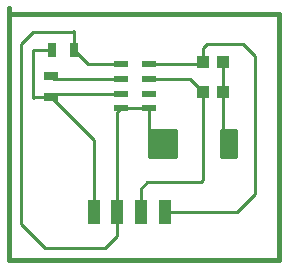
<source format=gtl>
G04 (created by PCBNEW-RS274X (2011-nov-30)-testing) date Sat 11 Aug 2012 02:31:52 AM PDT*
%MOIN*%
G04 Gerber Fmt 3.4, Leading zero omitted, Abs format*
%FSLAX34Y34*%
G01*
G70*
G90*
G04 APERTURE LIST*
%ADD10C,0.006*%
%ADD11C,0.015*%
%ADD12R,0.0472X0.0196*%
%ADD13R,0.0472X0.0314*%
%ADD14R,0.0314X0.0472*%
%ADD15R,0.0433X0.0393*%
%ADD16R,0.0394X0.0787*%
%ADD17C,0.01*%
G04 APERTURE END LIST*
G54D10*
G54D11*
X10000Y9200D02*
X1000Y9200D01*
X10000Y1000D02*
X10000Y9200D01*
X1000Y1000D02*
X10000Y1000D01*
X1000Y9400D02*
X1000Y1000D01*
G54D12*
X4728Y7538D03*
X4728Y7046D03*
X4728Y6554D03*
X4728Y6062D03*
X5672Y6062D03*
X5672Y6554D03*
X5672Y7046D03*
X5672Y7538D03*
G54D13*
X2400Y6446D03*
X2400Y7154D03*
G54D14*
X3154Y8000D03*
X2446Y8000D03*
G54D15*
X7466Y6600D03*
X8134Y6600D03*
X7466Y7600D03*
X8134Y7600D03*
G54D16*
X4606Y2600D03*
X5394Y2600D03*
X6181Y2600D03*
X3819Y2600D03*
G54D17*
X5672Y6062D02*
X5672Y5128D01*
X5672Y5128D02*
X5800Y5000D01*
X8134Y6600D02*
X8134Y5266D01*
X8134Y5266D02*
X8200Y5200D01*
X4728Y6062D02*
X5672Y6062D01*
X3154Y8000D02*
X3154Y8646D01*
X4606Y1806D02*
X4606Y2600D01*
X4200Y1400D02*
X4606Y1806D01*
X2200Y1400D02*
X4200Y1400D01*
X1400Y2200D02*
X2200Y1400D01*
X1400Y8200D02*
X1400Y2200D01*
X1800Y8600D02*
X1400Y8200D01*
X3108Y8600D02*
X1800Y8600D01*
X3154Y8646D02*
X3108Y8600D01*
X4606Y2600D02*
X4606Y5940D01*
X4606Y5940D02*
X4728Y6062D01*
X8134Y6600D02*
X8134Y7600D01*
X4728Y7538D02*
X3616Y7538D01*
X3616Y7538D02*
X3154Y8000D01*
X7466Y7600D02*
X7466Y8066D01*
X8600Y2600D02*
X6181Y2600D01*
X9200Y3200D02*
X8600Y2600D01*
X9200Y7800D02*
X9200Y3200D01*
X8800Y8200D02*
X9200Y7800D01*
X7600Y8200D02*
X8800Y8200D01*
X7466Y8066D02*
X7600Y8200D01*
X5672Y7538D02*
X7404Y7538D01*
X7404Y7538D02*
X7466Y7600D01*
X7466Y6600D02*
X7466Y3666D01*
X5394Y3394D02*
X5394Y2600D01*
X5600Y3600D02*
X5394Y3394D01*
X7400Y3600D02*
X5600Y3600D01*
X7466Y3666D02*
X7400Y3600D01*
X5672Y7046D02*
X7020Y7046D01*
X7020Y7046D02*
X7466Y6600D01*
X3819Y2600D02*
X3819Y5027D01*
X3819Y5027D02*
X2400Y6446D01*
X2446Y8000D02*
X1800Y8000D01*
X1846Y6446D02*
X2400Y6446D01*
X1800Y6400D02*
X1846Y6446D01*
X1800Y8000D02*
X1800Y6400D01*
X4728Y6554D02*
X2508Y6554D01*
X2508Y6554D02*
X2400Y6446D01*
X4728Y7046D02*
X2508Y7046D01*
X2508Y7046D02*
X2400Y7154D01*
G54D10*
G36*
X6550Y4450D02*
X5650Y4450D01*
X5650Y5350D01*
X6550Y5350D01*
X6550Y4450D01*
X6550Y4450D01*
G37*
G54D17*
X6550Y4450D02*
X5650Y4450D01*
X5650Y5350D01*
X6550Y5350D01*
X6550Y4450D01*
G54D10*
G36*
X8550Y4450D02*
X8050Y4450D01*
X8050Y5350D01*
X8550Y5350D01*
X8550Y4450D01*
X8550Y4450D01*
G37*
G54D17*
X8550Y4450D02*
X8050Y4450D01*
X8050Y5350D01*
X8550Y5350D01*
X8550Y4450D01*
M02*

</source>
